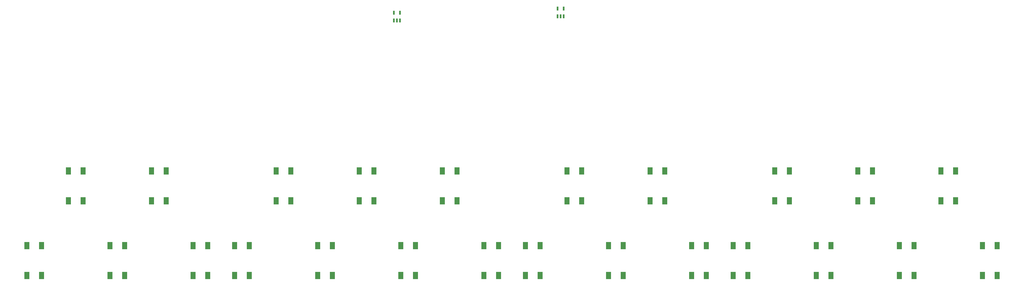
<source format=gtp>
G04 Layer: TopPasteMaskLayer*
G04 EasyEDA v6.5.40, 2024-08-14 23:42:52*
G04 cb6e2e9fbd21486d88ae5690d2d3dc00,10*
G04 Gerber Generator version 0.2*
G04 Scale: 100 percent, Rotated: No, Reflected: No *
G04 Dimensions in millimeters *
G04 leading zeros omitted , absolute positions ,4 integer and 5 decimal *
%FSLAX45Y45*%
%MOMM*%

%ADD10R,1.5000X2.3000*%
%ADD11R,0.4900X1.1570*%
%ADD12R,0.4900X1.1750*%

%LPD*%
D10*
G01*
X9877018Y-1069009D03*
G01*
X9876993Y-1978990D03*
G01*
X9427006Y-1069009D03*
G01*
X9427006Y-1978990D03*
G01*
X11147018Y1216990D03*
G01*
X11146993Y307009D03*
G01*
X10697006Y1216990D03*
G01*
X10697006Y307009D03*
G01*
X12417018Y-1069009D03*
G01*
X12416993Y-1978990D03*
G01*
X11967006Y-1069009D03*
G01*
X11967006Y-1978990D03*
G01*
X13687018Y1216990D03*
G01*
X13686993Y307009D03*
G01*
X13237006Y1216990D03*
G01*
X13237006Y307009D03*
G01*
X14957018Y-1069009D03*
G01*
X14956993Y-1978990D03*
G01*
X14507006Y-1069009D03*
G01*
X14507006Y-1978990D03*
G01*
X16227018Y-1069009D03*
G01*
X16226993Y-1978990D03*
G01*
X15777006Y-1069009D03*
G01*
X15777006Y-1978990D03*
G01*
X17497018Y1216990D03*
G01*
X17496993Y307009D03*
G01*
X17047006Y1216990D03*
G01*
X17047006Y307009D03*
G01*
X18767018Y-1069009D03*
G01*
X18766993Y-1978990D03*
G01*
X18317006Y-1069009D03*
G01*
X18317006Y-1978990D03*
G01*
X20037018Y1216990D03*
G01*
X20036993Y307009D03*
G01*
X19587006Y1216990D03*
G01*
X19587006Y307009D03*
G01*
X21307018Y-1069009D03*
G01*
X21306993Y-1978990D03*
G01*
X20857006Y-1069009D03*
G01*
X20857006Y-1978990D03*
G01*
X22577018Y-1069009D03*
G01*
X22576993Y-1978990D03*
G01*
X22127006Y-1069009D03*
G01*
X22127006Y-1978990D03*
G01*
X23847018Y1216990D03*
G01*
X23846993Y307009D03*
G01*
X23397006Y1216990D03*
G01*
X23397006Y307009D03*
G01*
X25117018Y-1069009D03*
G01*
X25116993Y-1978990D03*
G01*
X24667006Y-1069009D03*
G01*
X24667006Y-1978990D03*
G01*
X26387018Y1216990D03*
G01*
X26386993Y307009D03*
G01*
X25937006Y1216990D03*
G01*
X25937006Y307009D03*
G01*
X27657018Y-1069009D03*
G01*
X27656993Y-1978990D03*
G01*
X27207006Y-1069009D03*
G01*
X27207006Y-1978990D03*
G01*
X28927018Y1216990D03*
G01*
X28926993Y307009D03*
G01*
X28477006Y1216990D03*
G01*
X28477006Y307009D03*
G01*
X30197018Y-1069009D03*
G01*
X30196993Y-1978990D03*
G01*
X29747006Y-1069009D03*
G01*
X29747006Y-1978990D03*
G01*
X987018Y-1069009D03*
G01*
X986993Y-1978990D03*
G01*
X537006Y-1069009D03*
G01*
X537006Y-1978990D03*
G01*
X2257018Y1216990D03*
G01*
X2256993Y307009D03*
G01*
X1807006Y1216990D03*
G01*
X1807006Y307009D03*
G01*
X3527018Y-1069009D03*
G01*
X3526993Y-1978990D03*
G01*
X3076981Y-1069009D03*
G01*
X3076981Y-1978990D03*
G01*
X4797018Y1216990D03*
G01*
X4796993Y307009D03*
G01*
X4346981Y1216990D03*
G01*
X4346981Y307009D03*
G01*
X6067018Y-1069009D03*
G01*
X6066993Y-1978990D03*
G01*
X5617006Y-1069009D03*
G01*
X5617006Y-1978990D03*
G01*
X7337018Y-1069009D03*
G01*
X7336993Y-1978990D03*
G01*
X6887006Y-1069009D03*
G01*
X6887006Y-1978990D03*
G01*
X8607018Y1216990D03*
G01*
X8606993Y307009D03*
G01*
X8157006Y1216990D03*
G01*
X8157006Y307009D03*
D11*
G01*
X16757904Y5955233D03*
G01*
X16852900Y5955233D03*
G01*
X16947895Y5955233D03*
D12*
G01*
X16947895Y6185966D03*
G01*
X16757904Y6185966D03*
D11*
G01*
X11754104Y5828233D03*
G01*
X11849100Y5828233D03*
G01*
X11944095Y5828233D03*
D12*
G01*
X11944095Y6058966D03*
G01*
X11754104Y6058966D03*
M02*

</source>
